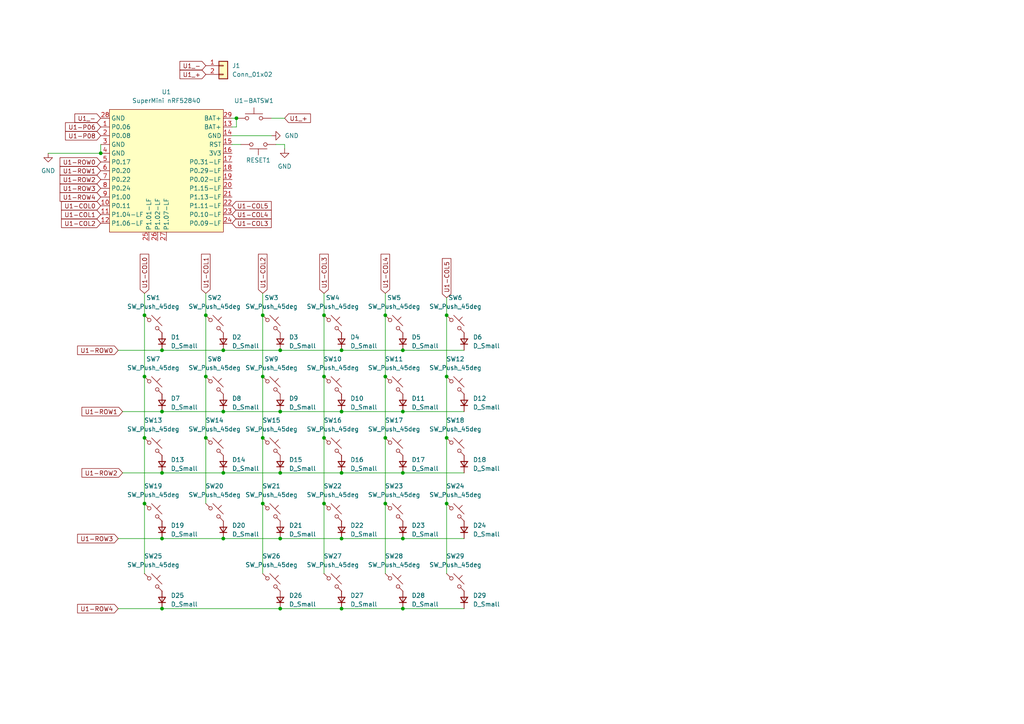
<source format=kicad_sch>
(kicad_sch (version 20250114) (generator "eeschema") (generator_version "9.0")
  (paper "A4")
  (lib_symbols
    (symbol "Connector_Generic:Conn_01x02" (pin_names (offset 1.016) (hide yes))
      (property "Reference" "J" (at 0 2.54 0))
      (property "Value" "Conn_01x02" (at 0 -5.08 0))
      (symbol "Conn_01x02_1_1"
        (rectangle (start -1.27 1.27) (end 1.27 -3.81) (stroke (width 0.254)) (fill (type background)))
        (rectangle (start -1.27 0.127) (end 0 -0.127) (stroke (width 0.1524)))
        (rectangle (start -1.27 -2.413) (end 0 -2.667) (stroke (width 0.1524)))
        (pin passive line (at -5.08 0 0) (length 3.81) (name "Pin_1") (number "1"))
        (pin passive line (at -5.08 -2.54 0) (length 3.81) (name "Pin_2") (number "2"))
      )
    )
    (symbol "Device:D_Small" (pin_numbers (hide yes)) (pin_names (offset 0.254) (hide yes))
      (property "Reference" "D" (at -1.27 2.032 0))
      (property "Value" "D_Small" (at -3.81 -2.032 0))
      (symbol "D_Small_0_1"
        (polyline (pts (xy -0.762 0) (xy 0.762 0)))
        (polyline (pts (xy -0.762 -1.016) (xy -0.762 1.016)) (stroke (width 0.254)))
        (polyline (pts (xy 0.762 -1.016) (xy -0.762 0) (xy 0.762 1.016) (xy 0.762 -1.016)) (stroke (width 0.254)))
      )
      (symbol "D_Small_1_1"
        (pin passive line (at -2.54 0 0) (length 1.778) (name "K") (number "1"))
        (pin passive line (at 2.54 0 180) (length 1.778) (name "A") (number "2"))
      )
    )
    (symbol "PCM_marbastlib-promicroish:SuperMini_nRF52840" (in_bom no)
      (property "Reference" "U" (at 0 22.86 0))
      (property "Value" "SuperMini nRF52840" (at 0 20.32 0))
      (symbol "SuperMini_nRF52840_0_0"
        (pin bidirectional line (at -19.05 13.97 0) (length 2.54) (name "P0.06") (number "1"))
        (pin bidirectional line (at -19.05 11.43 0) (length 2.54) (name "P0.08") (number "2"))
        (pin power_out line (at -19.05 8.89 0) (length 2.54) (name "GND") (number "3"))
        (pin power_out line (at -19.05 6.35 0) (length 2.54) (name "GND") (number "4"))
        (pin bidirectional line (at -19.05 3.81 0) (length 2.54) (name "P0.17") (number "5"))
        (pin bidirectional line (at -19.05 1.27 0) (length 2.54) (name "P0.20") (number "6"))
        (pin bidirectional line (at -19.05 -1.27 0) (length 2.54) (name "P0.22") (number "7"))
        (pin bidirectional line (at -19.05 -3.81 0) (length 2.54) (name "P0.24") (number "8"))
        (pin bidirectional line (at -19.05 -6.35 0) (length 2.54) (name "P1.00") (number "9"))
        (pin bidirectional line (at -19.05 -8.89 0) (length 2.54) (name "P0.11") (number "10"))
        (pin bidirectional line (at -19.05 -11.43 0) (length 2.54) (name "P1.04-LF") (number "11"))
        (pin bidirectional line (at -19.05 -13.97 0) (length 2.54) (name "P1.06-LF") (number "12"))
        (pin power_out line (at 19.05 11.43 180) (length 2.54) (name "GND") (number "14"))
        (pin bidirectional line (at 19.05 8.89 180) (length 2.54) (name "RST") (number "15"))
        (pin bidirectional line (at 19.05 3.81 180) (length 2.54) (name "P0.31-LF") (number "17"))
        (pin bidirectional line (at 19.05 1.27 180) (length 2.54) (name "P0.29-LF") (number "18"))
        (pin bidirectional line (at 19.05 -1.27 180) (length 2.54) (name "P0.02-LF") (number "19"))
        (pin bidirectional line (at 19.05 -3.81 180) (length 2.54) (name "P1.15-LF") (number "20"))
        (pin bidirectional line (at 19.05 -6.35 180) (length 2.54) (name "P1.13-LF") (number "21"))
        (pin bidirectional line (at 19.05 -8.89 180) (length 2.54) (name "P1.11-LF") (number "22"))
        (pin bidirectional line (at 19.05 -13.97 180) (length 2.54) (name "P0.09-LF") (number "24"))
      )
      (symbol "SuperMini_nRF52840_1_0"
        (pin power_out line (at -19.05 16.51 0) (length 2.54) (name "GND") (number "28"))
        (pin bidirectional line (at -5.08 -19.05 90) (length 2.54) (name "P1.01-LF") (number "25"))
        (pin bidirectional line (at -2.54 -19.05 90) (length 2.54) (name "P1.02-LF") (number "26"))
        (pin bidirectional line (at 0 -19.05 90) (length 2.54) (name "P1.07-LF") (number "27"))
        (pin power_out line (at 19.05 16.51 180) (length 2.54) (name "BAT+") (number "29"))
        (pin power_out line (at 19.05 13.97 180) (length 2.54) (name "BAT+") (number "13"))
        (pin power_out line (at 19.05 6.35 180) (length 2.54) (name "3V3") (number "16"))
        (pin bidirectional line (at 19.05 -11.43 180) (length 2.54) (name "P0.10-LF") (number "23"))
      )
      (symbol "SuperMini_nRF52840_1_1"
        (rectangle (start -16.51 19.05) (end 16.51 -16.51) (fill (type background)))
      )
    )
    (symbol "Switch:SW_Push" (pin_numbers (hide yes)) (pin_names (offset 1.016) (hide yes))
      (property "Reference" "SW" (at 1.27 2.54 0))
      (property "Value" "SW_Push" (at 0 -1.524 0))
      (symbol "SW_Push_0_1"
        (circle (center -2.032 0) (radius 0.508))
        (polyline (pts (xy 0 1.27) (xy 0 3.048)))
        (circle (center 2.032 0) (radius 0.508))
        (polyline (pts (xy 2.54 1.27) (xy -2.54 1.27)))
        (pin passive line (at -5.08 0 0) (length 2.54) (name "1") (number "1"))
        (pin passive line (at 5.08 0 180) (length 2.54) (name "2") (number "2"))
      )
    )
    (symbol "Switch:SW_Push_45deg" (pin_numbers (hide yes)) (pin_names (offset 1.016) (hide yes))
      (property "Reference" "SW" (at 3.048 1.016 0))
      (property "Value" "SW_Push_45deg" (at 0 -3.81 0))
      (symbol "SW_Push_45deg_0_1"
        (polyline (pts (xy -2.54 2.54) (xy -1.524 1.524) (xy -1.524 1.524)))
        (circle (center -1.1684 1.1684) (radius 0.508))
        (polyline (pts (xy -0.508 2.54) (xy 2.54 -0.508)))
        (polyline (pts (xy 1.016 1.016) (xy 2.032 2.032)))
        (circle (center 1.143 -1.1938) (radius 0.508))
        (polyline (pts (xy 1.524 -1.524) (xy 2.54 -2.54) (xy 2.54 -2.54) (xy 2.54 -2.54)))
        (pin passive line (at -2.54 2.54 0) (length 0) (name "1") (number "1"))
        (pin passive line (at 2.54 -2.54 180) (length 0) (name "2") (number "2"))
      )
    )
    (symbol "power:GND" (power) (pin_numbers (hide yes)) (pin_names (offset 0) (hide yes))
      (property "Value" "GND" (at 0 -3.81 0))
      (symbol "GND_0_1"
        (polyline (pts (xy 0 0) (xy 0 -1.27) (xy 1.27 -1.27) (xy 0 -2.54) (xy -1.27 -1.27) (xy 0 -1.27)))
      )
      (symbol "GND_1_1"
        (pin power_in line (at 0 0 270) (length 0) (name "~") (number "1"))
      )
    )
  )
  (junction (at 116.84 156.21))
  (junction (at 41.91 146.05))
  (junction (at 93.98 127))
  (junction (at 59.69 127))
  (junction (at 111.76 109.22))
  (junction (at 99.06 156.21))
  (junction (at 76.2 127))
  (junction (at 59.69 109.22))
  (junction (at 46.99 119.38))
  (junction (at 99.06 176.53))
  (junction (at 93.98 91.44))
  (junction (at 46.99 101.6))
  (junction (at 46.99 137.16))
  (junction (at 116.84 137.16))
  (junction (at 99.06 101.6))
  (junction (at 111.76 127))
  (junction (at 116.84 176.53))
  (junction (at 41.91 109.22))
  (junction (at 93.98 146.05))
  (junction (at 93.98 109.22))
  (junction (at 81.28 137.16))
  (junction (at 129.54 146.05))
  (junction (at 111.76 91.44))
  (junction (at 68.58 34.29))
  (junction (at 129.54 91.44))
  (junction (at 99.06 137.16))
  (junction (at 116.84 101.6))
  (junction (at 76.2 146.05))
  (junction (at 111.76 146.05))
  (junction (at 81.28 156.21))
  (junction (at 64.77 156.21))
  (junction (at 64.77 137.16))
  (junction (at 76.2 91.44))
  (junction (at 76.2 109.22))
  (junction (at 81.28 176.53))
  (junction (at 99.06 119.38))
  (junction (at 41.91 127))
  (junction (at 129.54 109.22))
  (junction (at 29.21 44.45))
  (junction (at 64.77 119.38))
  (junction (at 64.77 101.6))
  (junction (at 81.28 101.6))
  (junction (at 116.84 119.38))
  (junction (at 81.28 119.38))
  (junction (at 46.99 176.53))
  (junction (at 129.54 127))
  (junction (at 46.99 156.21))
  (junction (at 41.91 91.44))
  (junction (at 59.69 91.44))
  (wire (pts (xy 29.21 41.91) (xy 29.21 44.45)))
  (wire (pts (xy 76.2 127) (xy 76.2 146.05)))
  (wire (pts (xy 111.76 85.09) (xy 111.76 91.44)))
  (wire (pts (xy 93.98 127) (xy 93.98 146.05)))
  (wire (pts (xy 81.28 176.53) (xy 99.06 176.53)))
  (wire (pts (xy 76.2 146.05) (xy 76.2 166.37)))
  (wire (pts (xy 93.98 85.09) (xy 93.98 91.44)))
  (wire (pts (xy 111.76 91.44) (xy 111.76 109.22)))
  (wire (pts (xy 13.97 44.45) (xy 29.21 44.45)))
  (wire (pts (xy 35.56 137.16) (xy 46.99 137.16)))
  (wire (pts (xy 81.28 156.21) (xy 99.06 156.21)))
  (wire (pts (xy 129.54 86.36) (xy 129.54 91.44)))
  (wire (pts (xy 64.77 156.21) (xy 81.28 156.21)))
  (wire (pts (xy 59.69 109.22) (xy 59.69 127)))
  (wire (pts (xy 34.29 101.6) (xy 46.99 101.6)))
  (wire (pts (xy 41.91 127) (xy 41.91 146.05)))
  (wire (pts (xy 67.31 39.37) (xy 78.74 39.37)))
  (wire (pts (xy 129.54 146.05) (xy 129.54 166.37)))
  (wire (pts (xy 76.2 109.22) (xy 76.2 127)))
  (wire (pts (xy 99.06 119.38) (xy 116.84 119.38)))
  (wire (pts (xy 116.84 101.6) (xy 134.62 101.6)))
  (wire (pts (xy 116.84 119.38) (xy 134.62 119.38)))
  (wire (pts (xy 129.54 109.22) (xy 129.54 127)))
  (wire (pts (xy 81.28 137.16) (xy 99.06 137.16)))
  (wire (pts (xy 46.99 119.38) (xy 64.77 119.38)))
  (wire (pts (xy 59.69 127) (xy 59.69 146.05)))
  (wire (pts (xy 99.06 101.6) (xy 116.84 101.6)))
  (wire (pts (xy 67.31 36.83) (xy 68.58 36.83)))
  (wire (pts (xy 76.2 91.44) (xy 76.2 109.22)))
  (wire (pts (xy 111.76 109.22) (xy 111.76 127)))
  (wire (pts (xy 64.77 119.38) (xy 81.28 119.38)))
  (wire (pts (xy 68.58 34.29) (xy 67.31 34.29)))
  (wire (pts (xy 116.84 156.21) (xy 134.62 156.21)))
  (wire (pts (xy 64.77 137.16) (xy 81.28 137.16)))
  (wire (pts (xy 34.29 156.21) (xy 46.99 156.21)))
  (wire (pts (xy 99.06 156.21) (xy 116.84 156.21)))
  (wire (pts (xy 81.28 119.38) (xy 99.06 119.38)))
  (wire (pts (xy 67.31 41.91) (xy 69.85 41.91)))
  (wire (pts (xy 46.99 137.16) (xy 64.77 137.16)))
  (wire (pts (xy 93.98 146.05) (xy 93.98 166.37)))
  (wire (pts (xy 41.91 91.44) (xy 41.91 109.22)))
  (wire (pts (xy 116.84 137.16) (xy 134.62 137.16)))
  (wire (pts (xy 35.56 119.38) (xy 46.99 119.38)))
  (wire (pts (xy 81.28 101.6) (xy 99.06 101.6)))
  (wire (pts (xy 46.99 176.53) (xy 81.28 176.53)))
  (wire (pts (xy 68.58 36.83) (xy 68.58 34.29)))
  (wire (pts (xy 64.77 101.6) (xy 81.28 101.6)))
  (wire (pts (xy 129.54 127) (xy 129.54 146.05)))
  (wire (pts (xy 41.91 146.05) (xy 41.91 166.37)))
  (wire (pts (xy 80.01 41.91) (xy 82.55 41.91)))
  (wire (pts (xy 116.84 176.53) (xy 134.62 176.53)))
  (wire (pts (xy 82.55 34.29) (xy 78.74 34.29)))
  (wire (pts (xy 41.91 85.09) (xy 41.91 91.44)))
  (wire (pts (xy 82.55 41.91) (xy 82.55 43.18)))
  (wire (pts (xy 46.99 101.6) (xy 64.77 101.6)))
  (wire (pts (xy 111.76 146.05) (xy 111.76 166.37)))
  (wire (pts (xy 99.06 137.16) (xy 116.84 137.16)))
  (wire (pts (xy 41.91 109.22) (xy 41.91 127)))
  (wire (pts (xy 129.54 91.44) (xy 129.54 109.22)))
  (wire (pts (xy 59.69 85.09) (xy 59.69 91.44)))
  (wire (pts (xy 111.76 127) (xy 111.76 146.05)))
  (wire (pts (xy 93.98 109.22) (xy 93.98 127)))
  (wire (pts (xy 34.29 176.53) (xy 46.99 176.53)))
  (wire (pts (xy 99.06 176.53) (xy 116.84 176.53)))
  (wire (pts (xy 46.99 156.21) (xy 64.77 156.21)))
  (wire (pts (xy 93.98 91.44) (xy 93.98 109.22)))
  (wire (pts (xy 59.69 91.44) (xy 59.69 109.22)))
  (wire (pts (xy 76.2 85.09) (xy 76.2 91.44)))
  (global_label "U1-ROW2" (shape input) (at 35.56 137.16 180) (property "Intersheetrefs" "${INTERSHEET_REFS}" (effects (hide yes))))
  (global_label "U1-COL5" (shape input) (at 129.54 86.36 90) (property "Intersheetrefs" "${INTERSHEET_REFS}" (effects (hide yes))))
  (global_label "U1_-" (shape input) (at 59.69 19.05 180) (property "Intersheetrefs" "${INTERSHEET_REFS}" (effects (hide yes))))
  (global_label "U1_+" (shape input) (at 82.55 34.29 0) (property "Intersheetrefs" "${INTERSHEET_REFS}" (effects (hide yes))))
  (global_label "U1-COL3" (shape input) (at 67.31 64.77 0) (property "Intersheetrefs" "${INTERSHEET_REFS}" (effects (hide yes))))
  (global_label "U1-COL5" (shape input) (at 67.31 59.69 0) (property "Intersheetrefs" "${INTERSHEET_REFS}" (effects (hide yes))))
  (global_label "U1-P08" (shape input) (at 29.21 39.37 180) (property "Intersheetrefs" "${INTERSHEET_REFS}" (effects (hide yes))))
  (global_label "U1-ROW1" (shape input) (at 35.56 119.38 180) (property "Intersheetrefs" "${INTERSHEET_REFS}" (effects (hide yes))))
  (global_label "U1-COL4" (shape input) (at 111.76 85.09 90) (property "Intersheetrefs" "${INTERSHEET_REFS}" (effects (hide yes))))
  (global_label "U1-ROW2" (shape input) (at 29.21 52.07 180) (property "Intersheetrefs" "${INTERSHEET_REFS}" (effects (hide yes))))
  (global_label "U1-ROW3" (shape input) (at 34.29 156.21 180) (property "Intersheetrefs" "${INTERSHEET_REFS}" (effects (hide yes))))
  (global_label "U1-ROW1" (shape input) (at 29.21 49.53 180) (property "Intersheetrefs" "${INTERSHEET_REFS}" (effects (hide yes))))
  (global_label "U1-COL2" (shape input) (at 76.2 85.09 90) (property "Intersheetrefs" "${INTERSHEET_REFS}" (effects (hide yes))))
  (global_label "U1-ROW0" (shape input) (at 29.21 46.99 180) (property "Intersheetrefs" "${INTERSHEET_REFS}" (effects (hide yes))))
  (global_label "U1-COL2" (shape input) (at 29.21 64.77 180) (property "Intersheetrefs" "${INTERSHEET_REFS}" (effects (hide yes))))
  (global_label "U1-COL1" (shape input) (at 59.69 85.09 90) (property "Intersheetrefs" "${INTERSHEET_REFS}" (effects (hide yes))))
  (global_label "U1-ROW0" (shape input) (at 34.29 101.6 180) (property "Intersheetrefs" "${INTERSHEET_REFS}" (effects (hide yes))))
  (global_label "U1-ROW3" (shape input) (at 29.21 54.61 180) (property "Intersheetrefs" "${INTERSHEET_REFS}" (effects (hide yes))))
  (global_label "U1_-" (shape input) (at 29.21 34.29 180) (property "Intersheetrefs" "${INTERSHEET_REFS}" (effects (hide yes))))
  (global_label "U1_+" (shape input) (at 59.69 21.59 180) (property "Intersheetrefs" "${INTERSHEET_REFS}" (effects (hide yes))))
  (global_label "U1-COL4" (shape input) (at 67.31 62.23 0) (property "Intersheetrefs" "${INTERSHEET_REFS}" (effects (hide yes))))
  (global_label "U1-ROW4" (shape input) (at 29.21 57.15 180) (property "Intersheetrefs" "${INTERSHEET_REFS}" (effects (hide yes))))
  (global_label "U1-ROW4" (shape input) (at 34.29 176.53 180) (property "Intersheetrefs" "${INTERSHEET_REFS}" (effects (hide yes))))
  (global_label "U1-COL1" (shape input) (at 29.21 62.23 180) (property "Intersheetrefs" "${INTERSHEET_REFS}" (effects (hide yes))))
  (global_label "U1-COL3" (shape input) (at 93.98 85.09 90) (property "Intersheetrefs" "${INTERSHEET_REFS}" (effects (hide yes))))
  (global_label "U1-P06" (shape input) (at 29.21 36.83 180) (property "Intersheetrefs" "${INTERSHEET_REFS}" (effects (hide yes))))
  (global_label "U1-COL0" (shape input) (at 29.21 59.69 180) (property "Intersheetrefs" "${INTERSHEET_REFS}" (effects (hide yes))))
  (global_label "U1-COL0" (shape input) (at 41.91 85.09 90) (property "Intersheetrefs" "${INTERSHEET_REFS}" (effects (hide yes))))
  (symbol (lib_id "Switch:SW_Push_45deg") (at 44.45 93.98 0) (unit 1)
    (property "Reference" "SW1" (at 44.45 86.36 0))
    (property "Value" "SW_Push_45deg" (at 44.45 88.9 0))
    (property "Footprint" "PCM_marbastlib-choc:SW_choc_v1_1u" (effects (hide yes)))
    (property "Description" "Push button switch, normally open, two pins, 45° tilted" (effects (hide yes)))
  )
  (symbol (lib_id "Connector_Generic:Conn_01x02") (at 64.77 19.05 0) (unit 1)
    (property "Reference" "J1" (at 67.31 19.0499 0) (effects (justify left)))
    (property "Value" "Conn_01x02" (at 67.31 21.5899 0) (effects (justify left)))
    (property "Footprint" "Connector_JST:JST_PH_S2B-PH-K_1x02_P2.00mm_Horizontal" (effects (hide yes)))
    (property "Description" "Generic connector, single row, 01x02, script generated (kicad-library-utils/schlib/autogen/connector/)" (effects (hide yes)))
  )
  (symbol (lib_id "Device:D_Small") (at 81.28 99.06 90) (unit 1)
    (property "Reference" "D3" (at 83.82 97.7899 90) (effects (justify right)))
    (property "Value" "D_Small" (at 83.82 100.3299 90) (effects (justify right)))
    (property "Footprint" "Diode_THT:D_DO-35_SOD27_P7.62mm_Horizontal" (effects (hide yes)))
    (property "Description" "Diode, small symbol" (effects (hide yes)))
    (property "Sim.Device" "D" (effects (hide yes)))
    (property "Sim.Pins" "1=K 2=A" (effects (hide yes)))
  )
  (symbol (lib_id "Switch:SW_Push_45deg") (at 132.08 148.59 0) (unit 1)
    (property "Reference" "SW24" (at 132.08 140.97 0))
    (property "Value" "SW_Push_45deg" (at 132.08 143.51 0))
    (property "Footprint" "PCM_marbastlib-choc:SW_choc_v1_1u" (effects (hide yes)))
    (property "Description" "Push button switch, normally open, two pins, 45° tilted" (effects (hide yes)))
  )
  (symbol (lib_id "Device:D_Small") (at 64.77 153.67 90) (unit 1)
    (property "Reference" "D20" (at 67.31 152.3999 90) (effects (justify right)))
    (property "Value" "D_Small" (at 67.31 154.9399 90) (effects (justify right)))
    (property "Footprint" "Diode_THT:D_DO-35_SOD27_P7.62mm_Horizontal" (effects (hide yes)))
    (property "Description" "Diode, small symbol" (effects (hide yes)))
    (property "Sim.Device" "D" (effects (hide yes)))
    (property "Sim.Pins" "1=K 2=A" (effects (hide yes)))
  )
  (symbol (lib_id "Switch:SW_Push_45deg") (at 78.74 168.91 0) (unit 1)
    (property "Reference" "SW26" (at 78.74 161.29 0))
    (property "Value" "SW_Push_45deg" (at 78.74 163.83 0))
    (property "Footprint" "PCM_marbastlib-choc:SW_choc_v1_1u" (effects (hide yes)))
    (property "Description" "Push button switch, normally open, two pins, 45° tilted" (effects (hide yes)))
  )
  (symbol (lib_id "Switch:SW_Push_45deg") (at 132.08 168.91 0) (unit 1)
    (property "Reference" "SW29" (at 132.08 161.29 0))
    (property "Value" "SW_Push_45deg" (at 132.08 163.83 0))
    (property "Footprint" "PCM_marbastlib-choc:SW_choc_v1_1u" (effects (hide yes)))
    (property "Description" "Push button switch, normally open, two pins, 45° tilted" (effects (hide yes)))
  )
  (symbol (lib_id "Device:D_Small") (at 81.28 173.99 90) (unit 1)
    (property "Reference" "D26" (at 83.82 172.7199 90) (effects (justify right)))
    (property "Value" "D_Small" (at 83.82 175.2599 90) (effects (justify right)))
    (property "Footprint" "Diode_THT:D_DO-35_SOD27_P7.62mm_Horizontal" (effects (hide yes)))
    (property "Description" "Diode, small symbol" (effects (hide yes)))
    (property "Sim.Device" "D" (effects (hide yes)))
    (property "Sim.Pins" "1=K 2=A" (effects (hide yes)))
  )
  (symbol (lib_id "Device:D_Small") (at 99.06 99.06 90) (unit 1)
    (property "Reference" "D4" (at 101.6 97.7899 90) (effects (justify right)))
    (property "Value" "D_Small" (at 101.6 100.3299 90) (effects (justify right)))
    (property "Footprint" "Diode_THT:D_DO-35_SOD27_P7.62mm_Horizontal" (effects (hide yes)))
    (property "Description" "Diode, small symbol" (effects (hide yes)))
    (property "Sim.Device" "D" (effects (hide yes)))
    (property "Sim.Pins" "1=K 2=A" (effects (hide yes)))
  )
  (symbol (lib_id "Switch:SW_Push_45deg") (at 78.74 111.76 0) (unit 1)
    (property "Reference" "SW9" (at 78.74 104.14 0))
    (property "Value" "SW_Push_45deg" (at 78.74 106.68 0))
    (property "Footprint" "PCM_marbastlib-choc:SW_choc_v1_1u" (effects (hide yes)))
    (property "Description" "Push button switch, normally open, two pins, 45° tilted" (effects (hide yes)))
  )
  (symbol (lib_id "Switch:SW_Push_45deg") (at 132.08 111.76 0) (unit 1)
    (property "Reference" "SW12" (at 132.08 104.14 0))
    (property "Value" "SW_Push_45deg" (at 132.08 106.68 0))
    (property "Footprint" "PCM_marbastlib-choc:SW_choc_v1_1u" (effects (hide yes)))
    (property "Description" "Push button switch, normally open, two pins, 45° tilted" (effects (hide yes)))
  )
  (symbol (lib_id "Switch:SW_Push_45deg") (at 114.3 168.91 0) (unit 1)
    (property "Reference" "SW28" (at 114.3 161.29 0))
    (property "Value" "SW_Push_45deg" (at 114.3 163.83 0))
    (property "Footprint" "PCM_marbastlib-choc:SW_choc_v1_1u" (effects (hide yes)))
    (property "Description" "Push button switch, normally open, two pins, 45° tilted" (effects (hide yes)))
  )
  (symbol (lib_id "Device:D_Small") (at 46.99 99.06 90) (unit 1)
    (property "Reference" "D1" (at 49.53 97.7899 90) (effects (justify right)))
    (property "Value" "D_Small" (at 49.53 100.3299 90) (effects (justify right)))
    (property "Footprint" "Diode_THT:D_DO-35_SOD27_P7.62mm_Horizontal" (effects (hide yes)))
    (property "Description" "Diode, small symbol" (effects (hide yes)))
    (property "Sim.Device" "D" (effects (hide yes)))
    (property "Sim.Pins" "1=K 2=A" (effects (hide yes)))
  )
  (symbol (lib_id "Device:D_Small") (at 99.06 173.99 90) (unit 1)
    (property "Reference" "D27" (at 101.6 172.7199 90) (effects (justify right)))
    (property "Value" "D_Small" (at 101.6 175.2599 90) (effects (justify right)))
    (property "Footprint" "Diode_THT:D_DO-35_SOD27_P7.62mm_Horizontal" (effects (hide yes)))
    (property "Description" "Diode, small symbol" (effects (hide yes)))
    (property "Sim.Device" "D" (effects (hide yes)))
    (property "Sim.Pins" "1=K 2=A" (effects (hide yes)))
  )
  (symbol (lib_id "Device:D_Small") (at 116.84 153.67 90) (unit 1)
    (property "Reference" "D23" (at 119.38 152.3999 90) (effects (justify right)))
    (property "Value" "D_Small" (at 119.38 154.9399 90) (effects (justify right)))
    (property "Footprint" "Diode_THT:D_DO-35_SOD27_P7.62mm_Horizontal" (effects (hide yes)))
    (property "Description" "Diode, small symbol" (effects (hide yes)))
    (property "Sim.Device" "D" (effects (hide yes)))
    (property "Sim.Pins" "1=K 2=A" (effects (hide yes)))
  )
  (symbol (lib_id "power:GND") (at 82.55 43.18 0) (unit 1)
    (property "Reference" "#PWR02" (effects (hide yes)))
    (property "Value" "GND" (at 82.55 48.26 0))
    (property "Description" "Power symbol creates a global label with name \"GND\" , ground" (effects (hide yes)))
  )
  (symbol (lib_id "Device:D_Small") (at 81.28 116.84 90) (unit 1)
    (property "Reference" "D9" (at 83.82 115.5699 90) (effects (justify right)))
    (property "Value" "D_Small" (at 83.82 118.1099 90) (effects (justify right)))
    (property "Footprint" "Diode_THT:D_DO-35_SOD27_P7.62mm_Horizontal" (effects (hide yes)))
    (property "Description" "Diode, small symbol" (effects (hide yes)))
    (property "Sim.Device" "D" (effects (hide yes)))
    (property "Sim.Pins" "1=K 2=A" (effects (hide yes)))
  )
  (symbol (lib_id "Switch:SW_Push_45deg") (at 78.74 148.59 0) (unit 1)
    (property "Reference" "SW21" (at 78.74 140.97 0))
    (property "Value" "SW_Push_45deg" (at 78.74 143.51 0))
    (property "Footprint" "PCM_marbastlib-choc:SW_choc_v1_1u" (effects (hide yes)))
    (property "Description" "Push button switch, normally open, two pins, 45° tilted" (effects (hide yes)))
  )
  (symbol (lib_id "Switch:SW_Push_45deg") (at 114.3 111.76 0) (unit 1)
    (property "Reference" "SW11" (at 114.3 104.14 0))
    (property "Value" "SW_Push_45deg" (at 114.3 106.68 0))
    (property "Footprint" "PCM_marbastlib-choc:SW_choc_v1_1u" (effects (hide yes)))
    (property "Description" "Push button switch, normally open, two pins, 45° tilted" (effects (hide yes)))
  )
  (symbol (lib_id "Device:D_Small") (at 134.62 173.99 90) (unit 1)
    (property "Reference" "D29" (at 137.16 172.7199 90) (effects (justify right)))
    (property "Value" "D_Small" (at 137.16 175.2599 90) (effects (justify right)))
    (property "Footprint" "Diode_THT:D_DO-35_SOD27_P7.62mm_Horizontal" (effects (hide yes)))
    (property "Description" "Diode, small symbol" (effects (hide yes)))
    (property "Sim.Device" "D" (effects (hide yes)))
    (property "Sim.Pins" "1=K 2=A" (effects (hide yes)))
  )
  (symbol (lib_id "Switch:SW_Push_45deg") (at 96.52 168.91 0) (unit 1)
    (property "Reference" "SW27" (at 96.52 161.29 0))
    (property "Value" "SW_Push_45deg" (at 96.52 163.83 0))
    (property "Footprint" "PCM_marbastlib-choc:SW_choc_v1_1u" (effects (hide yes)))
    (property "Description" "Push button switch, normally open, two pins, 45° tilted" (effects (hide yes)))
  )
  (symbol (lib_id "Device:D_Small") (at 46.99 134.62 90) (unit 1)
    (property "Reference" "D13" (at 49.53 133.3499 90) (effects (justify right)))
    (property "Value" "D_Small" (at 49.53 135.8899 90) (effects (justify right)))
    (property "Footprint" "Diode_THT:D_DO-35_SOD27_P7.62mm_Horizontal" (effects (hide yes)))
    (property "Description" "Diode, small symbol" (effects (hide yes)))
    (property "Sim.Device" "D" (effects (hide yes)))
    (property "Sim.Pins" "1=K 2=A" (effects (hide yes)))
  )
  (symbol (lib_id "Switch:SW_Push_45deg") (at 96.52 129.54 0) (unit 1)
    (property "Reference" "SW16" (at 96.52 121.92 0))
    (property "Value" "SW_Push_45deg" (at 96.52 124.46 0))
    (property "Footprint" "PCM_marbastlib-choc:SW_choc_v1_1u" (effects (hide yes)))
    (property "Description" "Push button switch, normally open, two pins, 45° tilted" (effects (hide yes)))
  )
  (symbol (lib_id "Switch:SW_Push_45deg") (at 62.23 93.98 0) (unit 1)
    (property "Reference" "SW2" (at 62.23 86.36 0))
    (property "Value" "SW_Push_45deg" (at 62.23 88.9 0))
    (property "Footprint" "PCM_marbastlib-choc:SW_choc_v1_1u" (effects (hide yes)))
    (property "Description" "Push button switch, normally open, two pins, 45° tilted" (effects (hide yes)))
  )
  (symbol (lib_id "Device:D_Small") (at 116.84 173.99 90) (unit 1)
    (property "Reference" "D28" (at 119.38 172.7199 90) (effects (justify right)))
    (property "Value" "D_Small" (at 119.38 175.2599 90) (effects (justify right)))
    (property "Footprint" "Diode_THT:D_DO-35_SOD27_P7.62mm_Horizontal" (effects (hide yes)))
    (property "Description" "Diode, small symbol" (effects (hide yes)))
    (property "Sim.Device" "D" (effects (hide yes)))
    (property "Sim.Pins" "1=K 2=A" (effects (hide yes)))
  )
  (symbol (lib_id "Switch:SW_Push_45deg") (at 96.52 111.76 0) (unit 1)
    (property "Reference" "SW10" (at 96.52 104.14 0))
    (property "Value" "SW_Push_45deg" (at 96.52 106.68 0))
    (property "Footprint" "PCM_marbastlib-choc:SW_choc_v1_1u" (effects (hide yes)))
    (property "Description" "Push button switch, normally open, two pins, 45° tilted" (effects (hide yes)))
  )
  (symbol (lib_id "Switch:SW_Push_45deg") (at 62.23 111.76 0) (unit 1)
    (property "Reference" "SW8" (at 62.23 104.14 0))
    (property "Value" "SW_Push_45deg" (at 62.23 106.68 0))
    (property "Footprint" "PCM_marbastlib-choc:SW_choc_v1_1u" (effects (hide yes)))
    (property "Description" "Push button switch, normally open, two pins, 45° tilted" (effects (hide yes)))
  )
  (symbol (lib_id "power:GND") (at 78.74 39.37 90) (unit 1)
    (property "Reference" "#PWR01" (effects (hide yes)))
    (property "Value" "GND" (at 82.55 39.3699 90) (effects (justify right)))
    (property "Description" "Power symbol creates a global label with name \"GND\" , ground" (effects (hide yes)))
  )
  (symbol (lib_id "Device:D_Small") (at 134.62 134.62 90) (unit 1)
    (property "Reference" "D18" (at 137.16 133.3499 90) (effects (justify right)))
    (property "Value" "D_Small" (at 137.16 135.8899 90) (effects (justify right)))
    (property "Footprint" "Diode_THT:D_DO-35_SOD27_P7.62mm_Horizontal" (effects (hide yes)))
    (property "Description" "Diode, small symbol" (effects (hide yes)))
    (property "Sim.Device" "D" (effects (hide yes)))
    (property "Sim.Pins" "1=K 2=A" (effects (hide yes)))
  )
  (symbol (lib_id "PCM_marbastlib-promicroish:SuperMini_nRF52840") (at 48.26 50.8 0) (unit 1) (in_bom no)
    (property "Reference" "U1" (at 48.26 26.67 0))
    (property "Value" "SuperMini nRF52840" (at 48.26 29.21 0))
    (property "Footprint" "PCM_marbastlib-xp-promicroish:SuperMini_nRF52840_AH_USBdn" (effects (hide yes)))
    (property "Datasheet" "https://wiki.icbbuy.com/doku.php?id=developmentboard:nrf52840" (effects (hide yes)))
    (property "Description" "Symbol for an nicekeyboards nice!nano" (effects (hide yes)))
  )
  (symbol (lib_id "Device:D_Small") (at 99.06 134.62 90) (unit 1)
    (property "Reference" "D16" (at 101.6 133.3499 90) (effects (justify right)))
    (property "Value" "D_Small" (at 101.6 135.8899 90) (effects (justify right)))
    (property "Footprint" "Diode_THT:D_DO-35_SOD27_P7.62mm_Horizontal" (effects (hide yes)))
    (property "Description" "Diode, small symbol" (effects (hide yes)))
    (property "Sim.Device" "D" (effects (hide yes)))
    (property "Sim.Pins" "1=K 2=A" (effects (hide yes)))
  )
  (symbol (lib_id "Device:D_Small") (at 64.77 99.06 90) (unit 1)
    (property "Reference" "D2" (at 67.31 97.7899 90) (effects (justify right)))
    (property "Value" "D_Small" (at 67.31 100.3299 90) (effects (justify right)))
    (property "Footprint" "Diode_THT:D_DO-35_SOD27_P7.62mm_Horizontal" (effects (hide yes)))
    (property "Description" "Diode, small symbol" (effects (hide yes)))
    (property "Sim.Device" "D" (effects (hide yes)))
    (property "Sim.Pins" "1=K 2=A" (effects (hide yes)))
  )
  (symbol (lib_id "Switch:SW_Push_45deg") (at 62.23 148.59 0) (unit 1)
    (property "Reference" "SW20" (at 62.23 140.97 0))
    (property "Value" "SW_Push_45deg" (at 62.23 143.51 0))
    (property "Footprint" "PCM_marbastlib-choc:SW_choc_v1_1u" (effects (hide yes)))
    (property "Description" "Push button switch, normally open, two pins, 45° tilted" (effects (hide yes)))
  )
  (symbol (lib_id "Device:D_Small") (at 81.28 153.67 90) (unit 1)
    (property "Reference" "D21" (at 83.82 152.3999 90) (effects (justify right)))
    (property "Value" "D_Small" (at 83.82 154.9399 90) (effects (justify right)))
    (property "Footprint" "Diode_THT:D_DO-35_SOD27_P7.62mm_Horizontal" (effects (hide yes)))
    (property "Description" "Diode, small symbol" (effects (hide yes)))
    (property "Sim.Device" "D" (effects (hide yes)))
    (property "Sim.Pins" "1=K 2=A" (effects (hide yes)))
  )
  (symbol (lib_id "Switch:SW_Push_45deg") (at 62.23 129.54 0) (unit 1)
    (property "Reference" "SW14" (at 62.23 121.92 0))
    (property "Value" "SW_Push_45deg" (at 62.23 124.46 0))
    (property "Footprint" "PCM_marbastlib-choc:SW_choc_v1_1u" (effects (hide yes)))
    (property "Description" "Push button switch, normally open, two pins, 45° tilted" (effects (hide yes)))
  )
  (symbol (lib_id "Switch:SW_Push_45deg") (at 114.3 148.59 0) (unit 1)
    (property "Reference" "SW23" (at 114.3 140.97 0))
    (property "Value" "SW_Push_45deg" (at 114.3 143.51 0))
    (property "Footprint" "PCM_marbastlib-choc:SW_choc_v1_1u" (effects (hide yes)))
    (property "Description" "Push button switch, normally open, two pins, 45° tilted" (effects (hide yes)))
  )
  (symbol (lib_id "Device:D_Small") (at 134.62 116.84 90) (unit 1)
    (property "Reference" "D12" (at 137.16 115.5699 90) (effects (justify right)))
    (property "Value" "D_Small" (at 137.16 118.1099 90) (effects (justify right)))
    (property "Footprint" "Diode_THT:D_DO-35_SOD27_P7.62mm_Horizontal" (effects (hide yes)))
    (property "Description" "Diode, small symbol" (effects (hide yes)))
    (property "Sim.Device" "D" (effects (hide yes)))
    (property "Sim.Pins" "1=K 2=A" (effects (hide yes)))
  )
  (symbol (lib_id "Switch:SW_Push_45deg") (at 132.08 129.54 0) (unit 1)
    (property "Reference" "SW18" (at 132.08 121.92 0))
    (property "Value" "SW_Push_45deg" (at 132.08 124.46 0))
    (property "Footprint" "PCM_marbastlib-choc:SW_choc_v1_1u" (effects (hide yes)))
    (property "Description" "Push button switch, normally open, two pins, 45° tilted" (effects (hide yes)))
  )
  (symbol (lib_id "Device:D_Small") (at 116.84 99.06 90) (unit 1)
    (property "Reference" "D5" (at 119.38 97.7899 90) (effects (justify right)))
    (property "Value" "D_Small" (at 119.38 100.3299 90) (effects (justify right)))
    (property "Footprint" "Diode_THT:D_DO-35_SOD27_P7.62mm_Horizontal" (effects (hide yes)))
    (property "Description" "Diode, small symbol" (effects (hide yes)))
    (property "Sim.Device" "D" (effects (hide yes)))
    (property "Sim.Pins" "1=K 2=A" (effects (hide yes)))
  )
  (symbol (lib_id "Device:D_Small") (at 116.84 116.84 90) (unit 1)
    (property "Reference" "D11" (at 119.38 115.5699 90) (effects (justify right)))
    (property "Value" "D_Small" (at 119.38 118.1099 90) (effects (justify right)))
    (property "Footprint" "Diode_THT:D_DO-35_SOD27_P7.62mm_Horizontal" (effects (hide yes)))
    (property "Description" "Diode, small symbol" (effects (hide yes)))
    (property "Sim.Device" "D" (effects (hide yes)))
    (property "Sim.Pins" "1=K 2=A" (effects (hide yes)))
  )
  (symbol (lib_id "Device:D_Small") (at 99.06 153.67 90) (unit 1)
    (property "Reference" "D22" (at 101.6 152.3999 90) (effects (justify right)))
    (property "Value" "D_Small" (at 101.6 154.9399 90) (effects (justify right)))
    (property "Footprint" "Diode_THT:D_DO-35_SOD27_P7.62mm_Horizontal" (effects (hide yes)))
    (property "Description" "Diode, small symbol" (effects (hide yes)))
    (property "Sim.Device" "D" (effects (hide yes)))
    (property "Sim.Pins" "1=K 2=A" (effects (hide yes)))
  )
  (symbol (lib_id "Device:D_Small") (at 46.99 116.84 90) (unit 1)
    (property "Reference" "D7" (at 49.53 115.5699 90) (effects (justify right)))
    (property "Value" "D_Small" (at 49.53 118.1099 90) (effects (justify right)))
    (property "Footprint" "Diode_THT:D_DO-35_SOD27_P7.62mm_Horizontal" (effects (hide yes)))
    (property "Description" "Diode, small symbol" (effects (hide yes)))
    (property "Sim.Device" "D" (effects (hide yes)))
    (property "Sim.Pins" "1=K 2=A" (effects (hide yes)))
  )
  (symbol (lib_id "Device:D_Small") (at 46.99 153.67 90) (unit 1)
    (property "Reference" "D19" (at 49.53 152.3999 90) (effects (justify right)))
    (property "Value" "D_Small" (at 49.53 154.9399 90) (effects (justify right)))
    (property "Footprint" "Diode_THT:D_DO-35_SOD27_P7.62mm_Horizontal" (effects (hide yes)))
    (property "Description" "Diode, small symbol" (effects (hide yes)))
    (property "Sim.Device" "D" (effects (hide yes)))
    (property "Sim.Pins" "1=K 2=A" (effects (hide yes)))
  )
  (symbol (lib_id "Device:D_Small") (at 64.77 134.62 90) (unit 1)
    (property "Reference" "D14" (at 67.31 133.3499 90) (effects (justify right)))
    (property "Value" "D_Small" (at 67.31 135.8899 90) (effects (justify right)))
    (property "Footprint" "Diode_THT:D_DO-35_SOD27_P7.62mm_Horizontal" (effects (hide yes)))
    (property "Description" "Diode, small symbol" (effects (hide yes)))
    (property "Sim.Device" "D" (effects (hide yes)))
    (property "Sim.Pins" "1=K 2=A" (effects (hide yes)))
  )
  (symbol (lib_id "Switch:SW_Push_45deg") (at 78.74 129.54 0) (unit 1)
    (property "Reference" "SW15" (at 78.74 121.92 0))
    (property "Value" "SW_Push_45deg" (at 78.74 124.46 0))
    (property "Footprint" "PCM_marbastlib-choc:SW_choc_v1_1u" (effects (hide yes)))
    (property "Description" "Push button switch, normally open, two pins, 45° tilted" (effects (hide yes)))
  )
  (symbol (lib_id "Switch:SW_Push") (at 73.66 34.29 0) (unit 1)
    (property "Reference" "U1-BATSW1" (at 73.66 29.21 0))
    (property "Value" "SW_Push" (effects (hide yes)))
    (property "Footprint" "Button_Switch_THT:SW_CK_JS202011AQN_DPDT_Angled" (effects (hide yes)))
    (property "Description" "Push button switch, generic, two pins" (effects (hide yes)))
  )
  (symbol (lib_id "Switch:SW_Push_45deg") (at 132.08 93.98 0) (unit 1)
    (property "Reference" "SW6" (at 132.08 86.36 0))
    (property "Value" "SW_Push_45deg" (at 132.08 88.9 0))
    (property "Footprint" "PCM_marbastlib-choc:SW_choc_v1_1u" (effects (hide yes)))
    (property "Description" "Push button switch, normally open, two pins, 45° tilted" (effects (hide yes)))
  )
  (symbol (lib_id "Device:D_Small") (at 134.62 153.67 90) (unit 1)
    (property "Reference" "D24" (at 137.16 152.3999 90) (effects (justify right)))
    (property "Value" "D_Small" (at 137.16 154.9399 90) (effects (justify right)))
    (property "Footprint" "Diode_THT:D_DO-35_SOD27_P7.62mm_Horizontal" (effects (hide yes)))
    (property "Description" "Diode, small symbol" (effects (hide yes)))
    (property "Sim.Device" "D" (effects (hide yes)))
    (property "Sim.Pins" "1=K 2=A" (effects (hide yes)))
  )
  (symbol (lib_id "Device:D_Small") (at 81.28 134.62 90) (unit 1)
    (property "Reference" "D15" (at 83.82 133.3499 90) (effects (justify right)))
    (property "Value" "D_Small" (at 83.82 135.8899 90) (effects (justify right)))
    (property "Footprint" "Diode_THT:D_DO-35_SOD27_P7.62mm_Horizontal" (effects (hide yes)))
    (property "Description" "Diode, small symbol" (effects (hide yes)))
    (property "Sim.Device" "D" (effects (hide yes)))
    (property "Sim.Pins" "1=K 2=A" (effects (hide yes)))
  )
  (symbol (lib_id "Switch:SW_Push_45deg") (at 78.74 93.98 0) (unit 1)
    (property "Reference" "SW3" (at 78.74 86.36 0))
    (property "Value" "SW_Push_45deg" (at 78.74 88.9 0))
    (property "Footprint" "PCM_marbastlib-choc:SW_choc_v1_1u" (effects (hide yes)))
    (property "Description" "Push button switch, normally open, two pins, 45° tilted" (effects (hide yes)))
  )
  (symbol (lib_id "Switch:SW_Push_45deg") (at 96.52 148.59 0) (unit 1)
    (property "Reference" "SW22" (at 96.52 140.97 0))
    (property "Value" "SW_Push_45deg" (at 96.52 143.51 0))
    (property "Footprint" "PCM_marbastlib-choc:SW_choc_v1_1u" (effects (hide yes)))
    (property "Description" "Push button switch, normally open, two pins, 45° tilted" (effects (hide yes)))
  )
  (symbol (lib_id "power:GND") (at 13.97 44.45 0) (unit 1)
    (property "Reference" "#PWR03" (effects (hide yes)))
    (property "Value" "GND" (at 13.97 49.53 0))
    (property "Description" "Power symbol creates a global label with name \"GND\" , ground" (effects (hide yes)))
  )
  (symbol (lib_id "Device:D_Small") (at 99.06 116.84 90) (unit 1)
    (property "Reference" "D10" (at 101.6 115.5699 90) (effects (justify right)))
    (property "Value" "D_Small" (at 101.6 118.1099 90) (effects (justify right)))
    (property "Footprint" "Diode_THT:D_DO-35_SOD27_P7.62mm_Horizontal" (effects (hide yes)))
    (property "Description" "Diode, small symbol" (effects (hide yes)))
    (property "Sim.Device" "D" (effects (hide yes)))
    (property "Sim.Pins" "1=K 2=A" (effects (hide yes)))
  )
  (symbol (lib_id "Switch:SW_Push_45deg") (at 114.3 129.54 0) (unit 1)
    (property "Reference" "SW17" (at 114.3 121.92 0))
    (property "Value" "SW_Push_45deg" (at 114.3 124.46 0))
    (property "Footprint" "PCM_marbastlib-choc:SW_choc_v1_1u" (effects (hide yes)))
    (property "Description" "Push button switch, normally open, two pins, 45° tilted" (effects (hide yes)))
  )
  (symbol (lib_id "Switch:SW_Push_45deg") (at 96.52 93.98 0) (unit 1)
    (property "Reference" "SW4" (at 96.52 86.36 0))
    (property "Value" "SW_Push_45deg" (at 96.52 88.9 0))
    (property "Footprint" "PCM_marbastlib-choc:SW_choc_v1_1u" (effects (hide yes)))
    (property "Description" "Push button switch, normally open, two pins, 45° tilted" (effects (hide yes)))
  )
  (symbol (lib_id "Switch:SW_Push_45deg") (at 44.45 168.91 0) (unit 1)
    (property "Reference" "SW25" (at 44.45 161.29 0))
    (property "Value" "SW_Push_45deg" (at 44.45 163.83 0))
    (property "Footprint" "PCM_marbastlib-choc:SW_choc_v1_1u" (effects (hide yes)))
    (property "Description" "Push button switch, normally open, two pins, 45° tilted" (effects (hide yes)))
  )
  (symbol (lib_id "Switch:SW_Push_45deg") (at 44.45 148.59 0) (unit 1)
    (property "Reference" "SW19" (at 44.45 140.97 0))
    (property "Value" "SW_Push_45deg" (at 44.45 143.51 0))
    (property "Footprint" "PCM_marbastlib-choc:SW_choc_v1_1u" (effects (hide yes)))
    (property "Description" "Push button switch, normally open, two pins, 45° tilted" (effects (hide yes)))
  )
  (symbol (lib_id "Switch:SW_Push_45deg") (at 44.45 129.54 0) (unit 1)
    (property "Reference" "SW13" (at 44.45 121.92 0))
    (property "Value" "SW_Push_45deg" (at 44.45 124.46 0))
    (property "Footprint" "PCM_marbastlib-choc:SW_choc_v1_1u" (effects (hide yes)))
    (property "Description" "Push button switch, normally open, two pins, 45° tilted" (effects (hide yes)))
  )
  (symbol (lib_id "Switch:SW_Push") (at 74.93 41.91 180) (unit 1)
    (property "Reference" "RESET1" (at 74.93 46.482 0))
    (property "Value" "SW_Push" (effects (hide yes)))
    (property "Footprint" "Button_Switch_THT:SW_Tactile_SKHH_Angled" (effects (hide yes)))
    (property "Description" "Push button switch, generic, two pins" (effects (hide yes)))
  )
  (symbol (lib_id "Switch:SW_Push_45deg") (at 44.45 111.76 0) (unit 1)
    (property "Reference" "SW7" (at 44.45 104.14 0))
    (property "Value" "SW_Push_45deg" (at 44.45 106.68 0))
    (property "Footprint" "PCM_marbastlib-choc:SW_choc_v1_1u" (effects (hide yes)))
    (property "Description" "Push button switch, normally open, two pins, 45° tilted" (effects (hide yes)))
  )
  (symbol (lib_id "Device:D_Small") (at 46.99 173.99 90) (unit 1)
    (property "Reference" "D25" (at 49.53 172.7199 90) (effects (justify right)))
    (property "Value" "D_Small" (at 49.53 175.2599 90) (effects (justify right)))
    (property "Footprint" "Diode_THT:D_DO-35_SOD27_P7.62mm_Horizontal" (effects (hide yes)))
    (property "Description" "Diode, small symbol" (effects (hide yes)))
    (property "Sim.Device" "D" (effects (hide yes)))
    (property "Sim.Pins" "1=K 2=A" (effects (hide yes)))
  )
  (symbol (lib_id "Switch:SW_Push_45deg") (at 114.3 93.98 0) (unit 1)
    (property "Reference" "SW5" (at 114.3 86.36 0))
    (property "Value" "SW_Push_45deg" (at 114.3 88.9 0))
    (property "Footprint" "PCM_marbastlib-choc:SW_choc_v1_1u" (effects (hide yes)))
    (property "Description" "Push button switch, normally open, two pins, 45° tilted" (effects (hide yes)))
  )
  (symbol (lib_id "Device:D_Small") (at 116.84 134.62 90) (unit 1)
    (property "Reference" "D17" (at 119.38 133.3499 90) (effects (justify right)))
    (property "Value" "D_Small" (at 119.38 135.8899 90) (effects (justify right)))
    (property "Footprint" "Diode_THT:D_DO-35_SOD27_P7.62mm_Horizontal" (effects (hide yes)))
    (property "Description" "Diode, small symbol" (effects (hide yes)))
    (property "Sim.Device" "D" (effects (hide yes)))
    (property "Sim.Pins" "1=K 2=A" (effects (hide yes)))
  )
  (symbol (lib_id "Device:D_Small") (at 134.62 99.06 90) (unit 1)
    (property "Reference" "D6" (at 137.16 97.7899 90) (effects (justify right)))
    (property "Value" "D_Small" (at 137.16 100.3299 90) (effects (justify right)))
    (property "Footprint" "Diode_THT:D_DO-35_SOD27_P7.62mm_Horizontal" (effects (hide yes)))
    (property "Description" "Diode, small symbol" (effects (hide yes)))
    (property "Sim.Device" "D" (effects (hide yes)))
    (property "Sim.Pins" "1=K 2=A" (effects (hide yes)))
  )
  (symbol (lib_id "Device:D_Small") (at 64.77 116.84 90) (unit 1)
    (property "Reference" "D8" (at 67.31 115.5699 90) (effects (justify right)))
    (property "Value" "D_Small" (at 67.31 118.1099 90) (effects (justify right)))
    (property "Footprint" "Diode_THT:D_DO-35_SOD27_P7.62mm_Horizontal" (effects (hide yes)))
    (property "Description" "Diode, small symbol" (effects (hide yes)))
    (property "Sim.Device" "D" (effects (hide yes)))
    (property "Sim.Pins" "1=K 2=A" (effects (hide yes)))
  )
)
</source>
